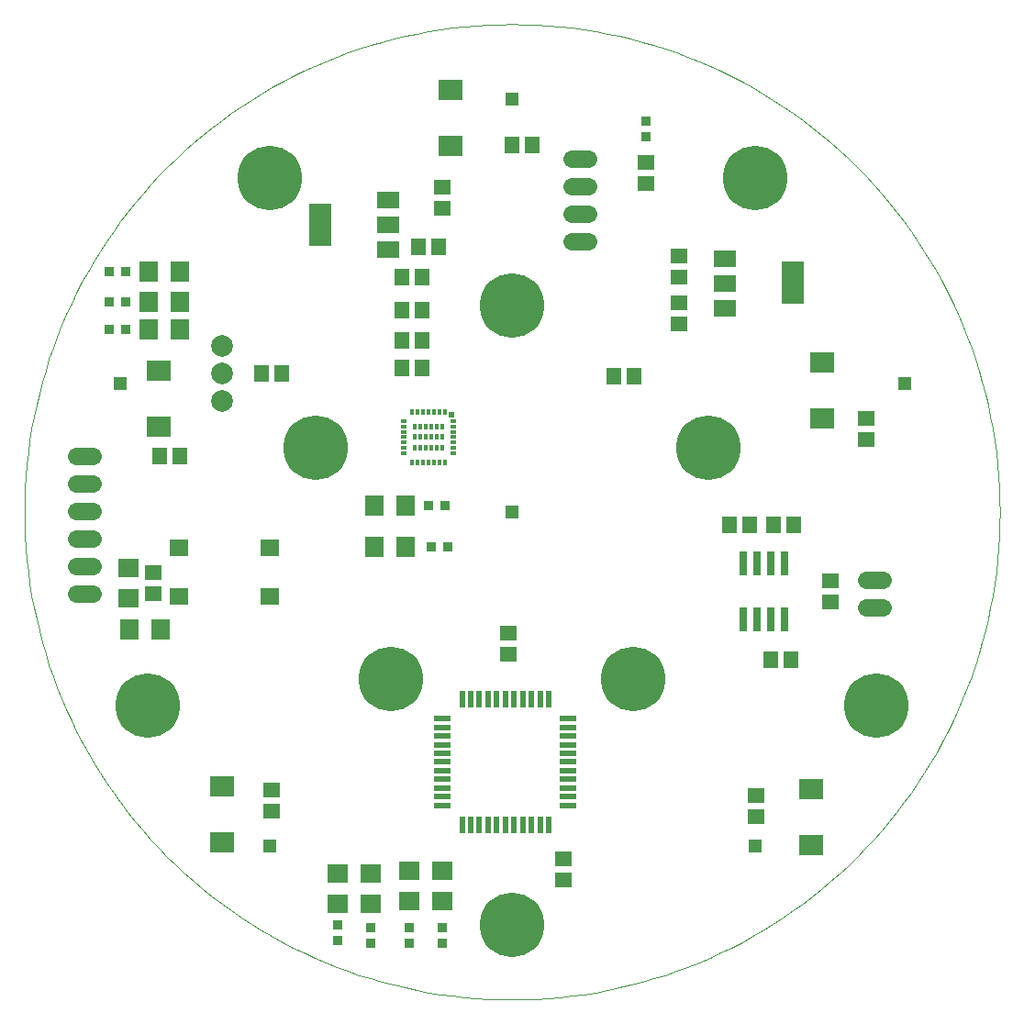
<source format=gts>
G75*
%MOIN*%
%OFA0B0*%
%FSLAX25Y25*%
%IPPOS*%
%LPD*%
%AMOC8*
5,1,8,0,0,1.08239X$1,22.5*
%
%ADD10C,0.00039*%
%ADD11R,0.09061X0.07487*%
%ADD12R,0.04534X0.04534*%
%ADD13R,0.08300X0.06300*%
%ADD14R,0.08300X0.15400*%
%ADD15R,0.06306X0.05518*%
%ADD16R,0.05518X0.06306*%
%ADD17R,0.02369X0.06306*%
%ADD18R,0.06306X0.02369*%
%ADD19R,0.03550X0.03550*%
%ADD20R,0.07498X0.06699*%
%ADD21R,0.06699X0.07498*%
%ADD22C,0.06400*%
%ADD23R,0.06700X0.05912*%
%ADD24R,0.01181X0.02362*%
%ADD25R,0.02362X0.01181*%
%ADD26R,0.01969X0.01969*%
%ADD27C,0.07900*%
%ADD28C,0.23400*%
%ADD29R,0.02762X0.09061*%
D10*
X0300276Y0192366D02*
X0300329Y0196714D01*
X0300489Y0201059D01*
X0300756Y0205399D01*
X0301129Y0209731D01*
X0301608Y0214053D01*
X0302194Y0218362D01*
X0302884Y0222654D01*
X0303680Y0226929D01*
X0304581Y0231183D01*
X0305585Y0235414D01*
X0306694Y0239618D01*
X0307905Y0243794D01*
X0309218Y0247939D01*
X0310632Y0252051D01*
X0312147Y0256127D01*
X0313762Y0260164D01*
X0315475Y0264161D01*
X0317286Y0268114D01*
X0319193Y0272021D01*
X0321195Y0275881D01*
X0323292Y0279690D01*
X0325482Y0283447D01*
X0327763Y0287149D01*
X0330134Y0290794D01*
X0332594Y0294379D01*
X0335141Y0297903D01*
X0337774Y0301364D01*
X0340491Y0304758D01*
X0343290Y0308085D01*
X0346170Y0311343D01*
X0349130Y0314528D01*
X0352166Y0317641D01*
X0355279Y0320677D01*
X0358464Y0323637D01*
X0361722Y0326517D01*
X0365049Y0329316D01*
X0368443Y0332033D01*
X0371904Y0334666D01*
X0375428Y0337213D01*
X0379013Y0339673D01*
X0382658Y0342044D01*
X0386360Y0344325D01*
X0390117Y0346515D01*
X0393926Y0348612D01*
X0397786Y0350614D01*
X0401693Y0352521D01*
X0405646Y0354332D01*
X0409643Y0356045D01*
X0413680Y0357660D01*
X0417756Y0359175D01*
X0421868Y0360589D01*
X0426013Y0361902D01*
X0430189Y0363113D01*
X0434393Y0364222D01*
X0438624Y0365226D01*
X0442878Y0366127D01*
X0447153Y0366923D01*
X0451445Y0367613D01*
X0455754Y0368199D01*
X0460076Y0368678D01*
X0464408Y0369051D01*
X0468748Y0369318D01*
X0473093Y0369478D01*
X0477441Y0369531D01*
X0481789Y0369478D01*
X0486134Y0369318D01*
X0490474Y0369051D01*
X0494806Y0368678D01*
X0499128Y0368199D01*
X0503437Y0367613D01*
X0507729Y0366923D01*
X0512004Y0366127D01*
X0516258Y0365226D01*
X0520489Y0364222D01*
X0524693Y0363113D01*
X0528869Y0361902D01*
X0533014Y0360589D01*
X0537126Y0359175D01*
X0541202Y0357660D01*
X0545239Y0356045D01*
X0549236Y0354332D01*
X0553189Y0352521D01*
X0557096Y0350614D01*
X0560956Y0348612D01*
X0564765Y0346515D01*
X0568522Y0344325D01*
X0572224Y0342044D01*
X0575869Y0339673D01*
X0579454Y0337213D01*
X0582978Y0334666D01*
X0586439Y0332033D01*
X0589833Y0329316D01*
X0593160Y0326517D01*
X0596418Y0323637D01*
X0599603Y0320677D01*
X0602716Y0317641D01*
X0605752Y0314528D01*
X0608712Y0311343D01*
X0611592Y0308085D01*
X0614391Y0304758D01*
X0617108Y0301364D01*
X0619741Y0297903D01*
X0622288Y0294379D01*
X0624748Y0290794D01*
X0627119Y0287149D01*
X0629400Y0283447D01*
X0631590Y0279690D01*
X0633687Y0275881D01*
X0635689Y0272021D01*
X0637596Y0268114D01*
X0639407Y0264161D01*
X0641120Y0260164D01*
X0642735Y0256127D01*
X0644250Y0252051D01*
X0645664Y0247939D01*
X0646977Y0243794D01*
X0648188Y0239618D01*
X0649297Y0235414D01*
X0650301Y0231183D01*
X0651202Y0226929D01*
X0651998Y0222654D01*
X0652688Y0218362D01*
X0653274Y0214053D01*
X0653753Y0209731D01*
X0654126Y0205399D01*
X0654393Y0201059D01*
X0654553Y0196714D01*
X0654606Y0192366D01*
X0654553Y0188018D01*
X0654393Y0183673D01*
X0654126Y0179333D01*
X0653753Y0175001D01*
X0653274Y0170679D01*
X0652688Y0166370D01*
X0651998Y0162078D01*
X0651202Y0157803D01*
X0650301Y0153549D01*
X0649297Y0149318D01*
X0648188Y0145114D01*
X0646977Y0140938D01*
X0645664Y0136793D01*
X0644250Y0132681D01*
X0642735Y0128605D01*
X0641120Y0124568D01*
X0639407Y0120571D01*
X0637596Y0116618D01*
X0635689Y0112711D01*
X0633687Y0108851D01*
X0631590Y0105042D01*
X0629400Y0101285D01*
X0627119Y0097583D01*
X0624748Y0093938D01*
X0622288Y0090353D01*
X0619741Y0086829D01*
X0617108Y0083368D01*
X0614391Y0079974D01*
X0611592Y0076647D01*
X0608712Y0073389D01*
X0605752Y0070204D01*
X0602716Y0067091D01*
X0599603Y0064055D01*
X0596418Y0061095D01*
X0593160Y0058215D01*
X0589833Y0055416D01*
X0586439Y0052699D01*
X0582978Y0050066D01*
X0579454Y0047519D01*
X0575869Y0045059D01*
X0572224Y0042688D01*
X0568522Y0040407D01*
X0564765Y0038217D01*
X0560956Y0036120D01*
X0557096Y0034118D01*
X0553189Y0032211D01*
X0549236Y0030400D01*
X0545239Y0028687D01*
X0541202Y0027072D01*
X0537126Y0025557D01*
X0533014Y0024143D01*
X0528869Y0022830D01*
X0524693Y0021619D01*
X0520489Y0020510D01*
X0516258Y0019506D01*
X0512004Y0018605D01*
X0507729Y0017809D01*
X0503437Y0017119D01*
X0499128Y0016533D01*
X0494806Y0016054D01*
X0490474Y0015681D01*
X0486134Y0015414D01*
X0481789Y0015254D01*
X0477441Y0015201D01*
X0473093Y0015254D01*
X0468748Y0015414D01*
X0464408Y0015681D01*
X0460076Y0016054D01*
X0455754Y0016533D01*
X0451445Y0017119D01*
X0447153Y0017809D01*
X0442878Y0018605D01*
X0438624Y0019506D01*
X0434393Y0020510D01*
X0430189Y0021619D01*
X0426013Y0022830D01*
X0421868Y0024143D01*
X0417756Y0025557D01*
X0413680Y0027072D01*
X0409643Y0028687D01*
X0405646Y0030400D01*
X0401693Y0032211D01*
X0397786Y0034118D01*
X0393926Y0036120D01*
X0390117Y0038217D01*
X0386360Y0040407D01*
X0382658Y0042688D01*
X0379013Y0045059D01*
X0375428Y0047519D01*
X0371904Y0050066D01*
X0368443Y0052699D01*
X0365049Y0055416D01*
X0361722Y0058215D01*
X0358464Y0061095D01*
X0355279Y0064055D01*
X0352166Y0067091D01*
X0349130Y0070204D01*
X0346170Y0073389D01*
X0343290Y0076647D01*
X0340491Y0079974D01*
X0337774Y0083368D01*
X0335141Y0086829D01*
X0332594Y0090353D01*
X0330134Y0093938D01*
X0327763Y0097583D01*
X0325482Y0101285D01*
X0323292Y0105042D01*
X0321195Y0108851D01*
X0319193Y0112711D01*
X0317286Y0116618D01*
X0315475Y0120571D01*
X0313762Y0124568D01*
X0312147Y0128605D01*
X0310632Y0132681D01*
X0309218Y0136793D01*
X0307905Y0140938D01*
X0306694Y0145114D01*
X0305585Y0149318D01*
X0304581Y0153549D01*
X0303680Y0157803D01*
X0302884Y0162078D01*
X0302194Y0166370D01*
X0301608Y0170679D01*
X0301129Y0175001D01*
X0300756Y0179333D01*
X0300489Y0183673D01*
X0300329Y0188018D01*
X0300276Y0192366D01*
D11*
X0349000Y0223461D03*
X0349000Y0243539D03*
X0455000Y0325461D03*
X0455000Y0345539D03*
X0590000Y0246539D03*
X0590000Y0226461D03*
X0586000Y0091539D03*
X0586000Y0071461D03*
X0372000Y0072461D03*
X0372000Y0092539D03*
D12*
X0389252Y0071106D03*
X0477441Y0192366D03*
X0565630Y0071106D03*
X0619961Y0238823D03*
X0477441Y0342366D03*
X0334921Y0238823D03*
D13*
X0432400Y0287600D03*
X0432400Y0296600D03*
X0432400Y0305600D03*
X0554600Y0284400D03*
X0554600Y0275400D03*
X0554600Y0266400D03*
D14*
X0579400Y0275500D03*
X0407600Y0296500D03*
D15*
X0452000Y0302760D03*
X0452000Y0310240D03*
X0526000Y0311760D03*
X0526000Y0319240D03*
X0538000Y0285240D03*
X0538000Y0277760D03*
X0538000Y0268240D03*
X0538000Y0260760D03*
X0606000Y0226240D03*
X0606000Y0218760D03*
X0593000Y0167240D03*
X0593000Y0159760D03*
X0566000Y0089240D03*
X0566000Y0081760D03*
X0496000Y0066240D03*
X0496000Y0058760D03*
X0476000Y0140760D03*
X0476000Y0148240D03*
X0390000Y0091240D03*
X0390000Y0083760D03*
X0347000Y0162760D03*
X0347000Y0170240D03*
D16*
X0349260Y0212500D03*
X0356740Y0212500D03*
X0386260Y0242500D03*
X0393740Y0242500D03*
X0437260Y0244500D03*
X0444740Y0244500D03*
X0444740Y0254500D03*
X0437260Y0254500D03*
X0437260Y0265500D03*
X0444740Y0265500D03*
X0444740Y0277500D03*
X0437260Y0277500D03*
X0443260Y0288500D03*
X0450740Y0288500D03*
X0477260Y0325500D03*
X0484740Y0325500D03*
X0514260Y0241500D03*
X0521740Y0241500D03*
X0556260Y0187500D03*
X0563740Y0187500D03*
X0572260Y0187500D03*
X0579740Y0187500D03*
X0578740Y0138500D03*
X0571260Y0138500D03*
D17*
X0490748Y0124335D03*
X0487598Y0124335D03*
X0484449Y0124335D03*
X0481299Y0124335D03*
X0478150Y0124335D03*
X0475000Y0124335D03*
X0471850Y0124335D03*
X0468701Y0124335D03*
X0465551Y0124335D03*
X0462402Y0124335D03*
X0459252Y0124335D03*
X0459252Y0078665D03*
X0462402Y0078665D03*
X0465551Y0078665D03*
X0468701Y0078665D03*
X0471850Y0078665D03*
X0475000Y0078665D03*
X0478150Y0078665D03*
X0481299Y0078665D03*
X0484449Y0078665D03*
X0487598Y0078665D03*
X0490748Y0078665D03*
D18*
X0497835Y0085752D03*
X0497835Y0088902D03*
X0497835Y0092051D03*
X0497835Y0095201D03*
X0497835Y0098350D03*
X0497835Y0101500D03*
X0497835Y0104650D03*
X0497835Y0107799D03*
X0497835Y0110949D03*
X0497835Y0114098D03*
X0497835Y0117248D03*
X0452165Y0117248D03*
X0452165Y0114098D03*
X0452165Y0110949D03*
X0452165Y0107799D03*
X0452165Y0104650D03*
X0452165Y0101500D03*
X0452165Y0098350D03*
X0452165Y0095201D03*
X0452165Y0092051D03*
X0452165Y0088902D03*
X0452165Y0085752D03*
D19*
X0452000Y0041453D03*
X0452000Y0035547D03*
X0440000Y0035547D03*
X0440000Y0041453D03*
X0426000Y0041453D03*
X0426000Y0035547D03*
X0414000Y0036547D03*
X0414000Y0042453D03*
X0448047Y0179500D03*
X0453953Y0179500D03*
X0452953Y0194500D03*
X0447047Y0194500D03*
X0336953Y0258500D03*
X0331047Y0258500D03*
X0331047Y0268500D03*
X0336953Y0268500D03*
X0336953Y0279500D03*
X0331047Y0279500D03*
X0526000Y0328547D03*
X0526000Y0334453D03*
D20*
X0338000Y0172098D03*
X0338000Y0160902D03*
X0414000Y0061098D03*
X0414000Y0049902D03*
X0426000Y0049902D03*
X0426000Y0061098D03*
X0440000Y0062098D03*
X0440000Y0050902D03*
X0452000Y0050902D03*
X0452000Y0062098D03*
D21*
X0349598Y0149500D03*
X0338402Y0149500D03*
X0427402Y0179500D03*
X0438598Y0179500D03*
X0438598Y0194500D03*
X0427402Y0194500D03*
X0356598Y0258500D03*
X0356598Y0268500D03*
X0345402Y0268500D03*
X0345402Y0258500D03*
X0345402Y0279500D03*
X0356598Y0279500D03*
D22*
X0325000Y0162500D02*
X0319000Y0162500D01*
X0319000Y0172500D02*
X0325000Y0172500D01*
X0325000Y0182500D02*
X0319000Y0182500D01*
X0319000Y0192500D02*
X0325000Y0192500D01*
X0325000Y0202500D02*
X0319000Y0202500D01*
X0319000Y0212500D02*
X0325000Y0212500D01*
X0499000Y0290500D02*
X0505000Y0290500D01*
X0505000Y0300500D02*
X0499000Y0300500D01*
X0499000Y0310500D02*
X0505000Y0310500D01*
X0505000Y0320500D02*
X0499000Y0320500D01*
X0606000Y0167500D02*
X0612000Y0167500D01*
X0612000Y0157500D02*
X0606000Y0157500D01*
D23*
X0389535Y0161642D03*
X0389535Y0179358D03*
X0356465Y0179358D03*
X0356465Y0161642D03*
D24*
X0441094Y0210445D03*
X0443063Y0210445D03*
X0445031Y0210445D03*
X0447000Y0210445D03*
X0448969Y0210445D03*
X0450937Y0210445D03*
X0452906Y0210445D03*
X0451921Y0215563D03*
X0449953Y0215563D03*
X0447984Y0215563D03*
X0446016Y0215563D03*
X0444047Y0215563D03*
X0442079Y0215563D03*
X0442079Y0219500D03*
X0444047Y0219500D03*
X0446016Y0219500D03*
X0447984Y0219500D03*
X0449953Y0219500D03*
X0451921Y0219500D03*
X0451921Y0223437D03*
X0449953Y0223437D03*
X0447984Y0223437D03*
X0446016Y0223437D03*
X0444047Y0223437D03*
X0442079Y0223437D03*
X0443063Y0228555D03*
X0445031Y0228555D03*
X0447000Y0228555D03*
X0448969Y0228555D03*
X0450937Y0228555D03*
X0452906Y0228555D03*
X0441094Y0228555D03*
D25*
X0437945Y0225406D03*
X0437945Y0223437D03*
X0437945Y0221469D03*
X0437945Y0219500D03*
X0437945Y0217531D03*
X0437945Y0215563D03*
X0437945Y0213594D03*
X0456055Y0213594D03*
X0456055Y0215563D03*
X0456055Y0217531D03*
X0456055Y0219500D03*
X0456055Y0221469D03*
X0456055Y0223437D03*
X0456055Y0225406D03*
D26*
X0455278Y0227778D03*
D27*
X0372000Y0232500D03*
X0372000Y0242500D03*
X0372000Y0252500D03*
D28*
X0406102Y0215555D03*
X0477441Y0267366D03*
X0548780Y0215555D03*
X0521535Y0131697D03*
X0433346Y0131697D03*
X0345000Y0121933D03*
X0477441Y0042366D03*
X0609882Y0121933D03*
X0565591Y0313705D03*
X0389291Y0313705D03*
D29*
X0561500Y0173736D03*
X0566500Y0173736D03*
X0571500Y0173736D03*
X0576500Y0173736D03*
X0576500Y0153264D03*
X0571500Y0153264D03*
X0566500Y0153264D03*
X0561500Y0153264D03*
M02*

</source>
